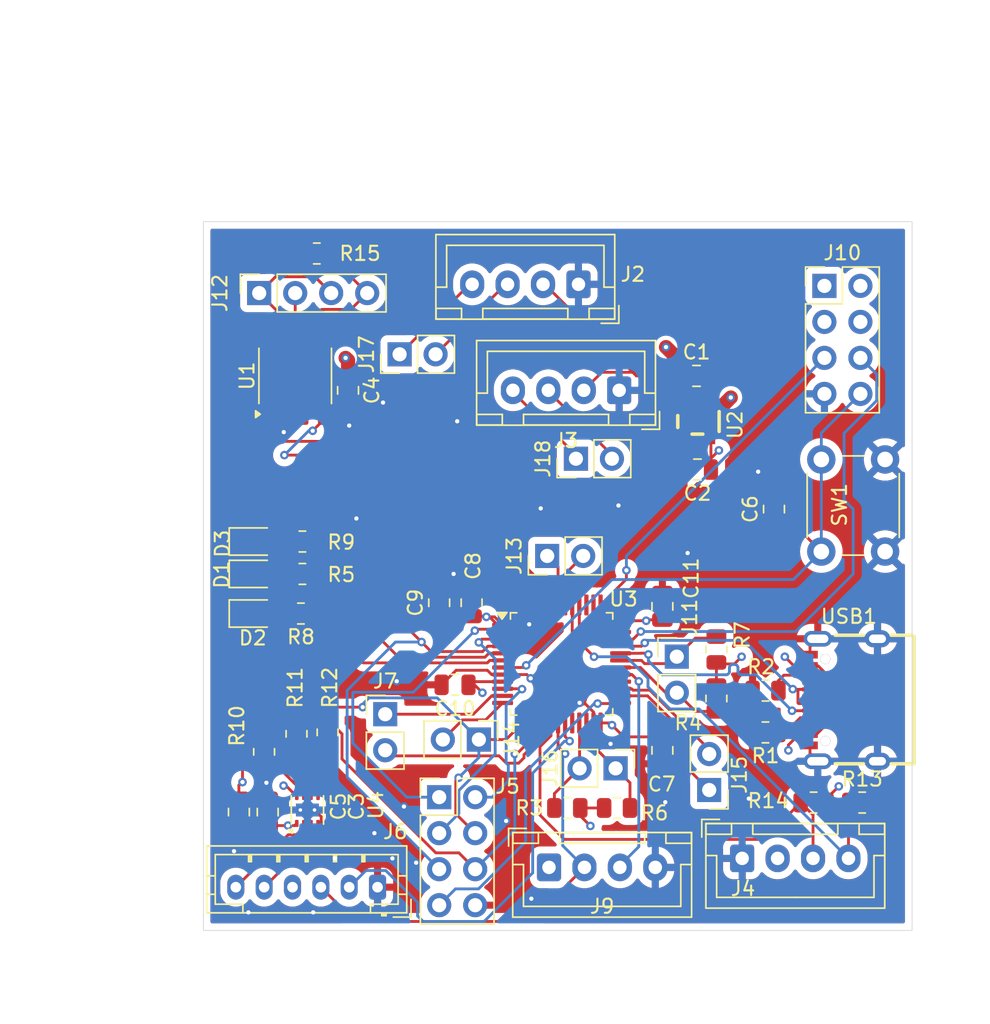
<source format=kicad_pcb>
(kicad_pcb (version 20240108) (generator "pcbnew") (generator_version "8.0")
  (layers (0 "F.Cu" signal) (1 "In1.Cu" signal) (2 "In2.Cu" signal) (31 "B.Cu" signal) (34 "B.Paste" user) (35 "F.Paste" user) (36 "B.SilkS" user "B.Silkscreen") (37 "F.SilkS" user "F.Silkscreen") (38 "B.Mask" user) (39 "F.Mask" user) (44 "Edge.Cuts" user))
  (net 0 "")
  (net 1 "/can/CAN_H")
  (net 2 "/can/CAN_L")
  (net 3 "/CAN_T")
  (net 5 "/CAN_R")
  (net 6 "/IO4")
  (net 7 "+5V")
  (net 8 "GND")
  (net 9 "+3V3")
  (net 11 "Net-(USB1-CC1)")
  (net 12 "Net-(USB1-CC2)")
  (net 13 "/I2C_2_SCL")
  (net 16 "/I2C_1_SDA")
  (net 17 "/I2C_1_SCL")
  (net 18 "/I2C_2_SDA")
  (net 19 "/SPI_2_MISO")
  (net 20 "/SPI_1_SCK")
  (net 21 "/SPI_2_SCK")
  (net 22 "/SPI_1_MISO")
  (net 23 "/JTAG_DO")
  (net 24 "/JTAG_CLK")
  (net 25 "/JTAG_DI")
  (net 26 "/JTAG_MS")
  (net 27 "/D-")
  (net 28 "/I2C_3_SDA")
  (net 29 "/D+")
  (net 30 "/I2C_3_SCL")
  (net 31 "/1A")
  (net 32 "/2A")
  (net 33 "/2B")
  (net 34 "/1B")
  (net 36 "/UART2_TX")
  (net 37 "/UART1_RX")
  (net 38 "/UART1_TX")
  (net 39 "Net-(D1-A)")
  (net 40 "Net-(D2-A)")
  (net 41 "Net-(D3-A)")
  (net 42 "/ENC2")
  (net 43 "/ENC1")
  (net 44 "Net-(J6-Pin_5)")
  (net 45 "Net-(J6-Pin_6)")
  (net 46 "/LED1")
  (net 47 "/LED2")
  (net 48 "Net-(U4-~{SLEEP})")
  (net 49 "/MOTOR_PWM1")
  (net 50 "/MOTOR_PWM2")
  (net 51 "/nRST")
  (net 53 "/ADC1")
  (net 54 "/SONAR_E")
  (net 55 "/IO3")
  (net 56 "Net-(U4-IN1)")
  (net 57 "Net-(U4-IN2)")
  (net 58 "/ADC0")
  (net 59 "/IO1")
  (net 60 "/IO2")
  (footprint "Connector_PinHeader_2.54mm:PinHeader_1x02_P2.54mm_Vertical" (layer "F.Cu") (at 148.844 54.356 90)
    (property "Reference" "J17")
    (property "Value" "bus1")
  )
  (footprint "Connector_PinHeader_2.54mm:PinHeader_1x02_P2.54mm_Vertical" (layer "F.Cu") (at 147.828 79.746)
    (property "Reference" "J7")
    (property "Value" "spi1")
  )
  (footprint "Resistor_SMD:R_0805_2012Metric" (layer "F.Cu") (at 174.6585 78.08 180)
    (property "Reference" "R2")
    (property "Value" "5k1")
  )
  (footprint "Resistor_SMD:R_0805_2012Metric" (layer "F.Cu") (at 171.196 75.1821 90)
    (property "Reference" "R7")
    (property "Value" "4k7")
  )
  (footprint "Capacitor_SMD:C_0805_2012Metric" (layer "F.Cu") (at 145.207 56.9 -90)
    (property "Reference" "C4")
    (property "Value" "47uF")
  )
  (footprint "Resistor_SMD:R_0805_2012Metric" (layer "F.Cu") (at 178.054 85.979 180)
    (property "Reference" "R14")
    (property "Value" "4k7")
  )
  (footprint "Resistor_SMD:R_0805_2012Metric" (layer "F.Cu") (at 141.986 69.85 180)
    (property "Reference" "R5")
    (property "Value" "220")
  )
  (footprint "Resistor_SMD:R_0805_2012Metric" (layer "F.Cu") (at 143.002 47.244)
    (property "Reference" "R15")
    (property "Value" "120")
  )
  (footprint "Capacitor_SMD:C_0805_2012Metric" (layer "F.Cu") (at 137.506307 86.6515 -90)
    (property "Reference" "C3")
    (property "Value" "0.1u")
  )
  (footprint "Resistor_SMD:R_0805_2012Metric" (layer "F.Cu") (at 171.196 78.6365 -90)
    (property "Reference" "R4")
    (property "Value" "4k7")
  )
  (footprint "Connector_PinSocket_2.54mm:PinSocket_1x04_P2.54mm_Vertical" (layer "F.Cu") (at 138.938 50.038 90)
    (property "Reference" "J12")
    (property "Value" "Conn_01x04_Socket")
  )
  (footprint "Package_SON:WSON-8-1EP_2x2mm_P0.5mm_EP0.9x1.6mm_ThermalVias" (layer "F.Cu") (at 142.340307 86.501 90)
    (property "Reference" "U4")
    (property "Value" "DRV8837")
  )
  (footprint "LED_SMD:LED_0805_2012Metric" (layer "F.Cu") (at 138.5085 72.644)
    (property "Reference" "D2")
    (property "Value" "LED")
  )
  (footprint "lcsc:USB-C-SMD_TYPE-C-6PIN-2MD-073" (layer "F.Cu") (at 180.18 78.744 90)
    (property "Reference" "USB1")
    (property "Value" "TYPE-C 16PIN 2MD(073)")
  )
  (footprint "Connector_PinHeader_2.54mm:PinHeader_1x02_P2.54mm_Vertical" (layer "F.Cu") (at 159.258 68.58 90)
    (property "Reference" "J13")
    (property "Value" "uart1")
  )
  (footprint "Package_QFP:LQFP-48_7x7mm_P0.5mm" (layer "F.Cu") (at 160.274 76.2)
    (property "Reference" "U3")
    (property "Value" "STM32L433CCTx")
  )
  (footprint "Connector_PinHeader_2.54mm:PinHeader_1x02_P2.54mm_Vertical" (layer "F.Cu") (at 170.688 85.095 180)
    (property "Reference" "J15")
    (property "Value" "spi2")
  )
  (footprint "Resistor_SMD:R_0805_2012Metric" (layer "F.Cu") (at 181.483 85.979)
    (property "Reference" "R13")
    (property "Value" "4k7")
  )
  (footprint "Connector_PinHeader_2.54mm:PinHeader_1x02_P2.54mm_Vertical" (layer "F.Cu") (at 168.402 75.687)
    (property "Reference" "J11")
    (property "Value" "i2c1")
  )
  (footprint "Connector_PinHeader_2.54mm:PinHeader_1x02_P2.54mm_Vertical" (layer "F.Cu") (at 164.084 83.566 -90)
    (property "Reference" "J16")
    (property "Value" "i2c2")
  )
  (footprint "Connector_JST:JST_XH_B4B-XH-A_1x04_P2.50mm_Vertical" (layer "F.Cu") (at 164.338 56.896 180)
    (property "Reference" "J3")
    (property "Value" "Conn_01x04_Socket")
  )
  (footprint "Resistor_SMD:R_0805_2012Metric" (layer "F.Cu") (at 141.8825 72.644 180)
    (property "Reference" "R8")
    (property "Value" "220")
  )
  (footprint "Package_SO:SOIC-8_3.9x4.9mm_P1.27mm" (layer "F.Cu") (at 141.478 55.88 90)
    (property "Reference" "U1")
    (property "Value" "TJA1051T")
  )
  (footprint "lcsc:SOT-23-5_L2.9-W1.6-P0.95-LS2.8-BR" (layer "F.Cu") (at 169.86 59.098 90)
    (property "Reference" "U2")
    (property "Value" "WR0332-33A50R")
  )
  (footprint "Capacitor_SMD:C_0805_2012Metric" (layer "F.Cu") (at 175.26 65.278 90)
    (property "Reference" "C6")
    (property "Value" "0.1u")
  )
  (footprint "Capacitor_SMD:C_0805_2012Metric" (layer "F.Cu") (at 152.7556 77.6732 180)
    (property "Reference" "C10")
    (property "Value" "0.1u")
  )
  (footprint "Capacitor_SMD:C_0805_2012Metric" (layer "F.Cu") (at 153.924 71.882 90)
    (property "Reference" "C8")
    (property "Value" "0.1u")
  )
  (footprint "Capacitor_SMD:C_0805_2012Metric" (layer "F.Cu") (at 169.86 62.484 180)
    (property "Reference" "C2")
    (property "Value" "1uF")
  )
  (footprint "LED_SMD:LED_0805_2012Metric" (layer "F.Cu") (at 138.5085 67.564)
    (property "Reference" "D3")
    (property "Value" "LED")
  )
  (footprint "Capacitor_SMD:C_0805_2012Metric" (layer "F.Cu") (at 169.794 55.88)
    (property "Reference" "C1")
    (property "Value" "1uF")
  )
  (footprint "Capacitor_SMD:C_0805_2012Metric" (layer "F.Cu") (at 167.386 82.296 -90)
    (property "Reference" "C7")
    (property "Value" "4.7u")
  )
  (footprint "Connector_PinHeader_2.54mm:PinHeader_1x02_P2.54mm_Vertical" (layer "F.Cu") (at 154.437 81.534 -90)
    (property "Reference" "J14")
    (property "Value" "uart2")
  )
  (footprint "Capacitor_SMD:C_0805_2012Metric" (layer "F.Cu") (at 167.386 72.136 90)
    (property "Reference" "C11")
    (property "Value" "0.1u")
  )
  (footprint "Capacitor_SMD:C_0805_2012Metric" (layer "F.Cu") (at 151.638 71.882 90)
    (property "Reference" "C9")
    (property "Value" "0.1u")
  )
  (footprint "Connector_JST:JST_XH_B4B-XH-A_1x04_P2.50mm_Vertical" (layer "F.Cu") (at 161.464 49.42 180)
    (property "Reference" "J2")
    (property "Value" "Conn_01x04_Socket")
  )
  (footprint "Resistor_SMD:R_0805_2012Metric" (layer "F.Cu") (at 141.986 67.564 180)
    (property "Reference" "R9")
    (property "Value" "220")
  )
  (footprint "Resistor_SMD:R_0805_2012Metric" (layer "F.Cu") (at 164.1875 86.36)
    (property "Reference" "R6")
    (property "Value" "4k7")
  )
  (footprint "Resistor_SMD:R_0805_2012Metric" (layer "F.Cu") (at 160.6785 86.36 180)
    (property "Reference" "R3")
    (property "Value" "4k7")
  )
  (footprint "Resistor_SMD:R_0805_2012Metric" (layer "F.Cu") (at 139.284307 82.3995 90)
    (property "Reference" "R10")
    (property "Value" "~1k")
  )
  (footprint "LED_SMD:LED_0805_2012Metric" (layer "F.Cu") (at 138.5085 69.85)
    (property "Reference" "D1")
    (property "Value" "LED")
  )
  (footprint "Resistor_SMD:R_0805_2012Metric" (layer "F.Cu") (at 141.570307 81.1295 90)
    (property "Reference" "R11")
    (property "Value" "0R")
  )
  (footprint "Capacitor_SMD:C_0805_2012Metric" (layer "F.Cu") (at 139.538307 86.6515 90)
    (property "Reference" "C5")
    (property "Value" "0.1u")
  )
  (footprint "Connector_PinHeader_2.54mm:PinHeader_1x02_P2.54mm_Vertical" (layer "F.Cu") (at 161.285 61.722 90)
    (property "Reference" "J18")
    (property "Value" "bus2")
  )
  (footprint "Connector_JST:JST_PH_B6B-PH-K_1x06_P2.00mm_Vertical" (layer "F.Cu") (at 147.288 91.948 180)
    (property "Reference" "J6")
    (property "Value" "blue motor")
  )
  (footprint "Button_Switch_THT:SW_PUSH_6mm" (layer "F.Cu") (at 183.098 61.774 -90)
    (property "Reference" "SW1")
    (property "Value" "SW_Push")
  )
  (footprint "Resistor_SMD:R_0805_2012Metric" (layer "F.Cu") (at 143.764 81.026 90)
    (property "Reference" "R12")
    (property "Value" "0R")
  )
  (footprint "Connector_PinHeader_2.54mm:PinHeader_2x04_P2.54mm_Vertical" (layer "F.Cu") (at 178.816 49.53)
    (property "Reference" "J10")
    (property "Value" "Conn_02x04_Odd_Even")
  )
  (footprint "Connector_PinHeader_2.54mm:PinHeader_2x04_P2.54mm_Vertical" (layer "F.Cu") (at 151.638 85.598)
    (property "Reference" "J5")
    (property "Value" "Conn_02x04_Odd_Even")
  )
  (footprint "Connector_JST:JST_XH_B4B-XH-A_1x04_P2.50mm_Vertical" (layer "F.Cu") (at 159.385 90.551)
    (property "Reference" "J9")
    (property "Value" "SONAR")
  )
  (footprint "Resistor_SMD:R_0805_2012Metric" (layer "F.Cu") (at 174.6585 81.03 180)
    (property "Reference" "R1")
    (property "Value" "5k1")
  )
  (footprint "Connector_JST:JST_XH_B4B-XH-A_1x04_P2.50mm_Vertical" (layer "F.Cu") (at 173.014 89.916)
    (property "Reference" "J4")
    (property "Value" "oled")
  )
  (gr_rect (start 135 45) (end 185 95) (stroke (width 0.05)) (fill none) (layer "Edge.Cuts"))
  (segment (start 143.256 49.276) (end 144.018 50.038) (width 0.2) (layer "F.Cu") (net 1))
  (segment (start 142.0895 48.1095) (end 143.256 49.276) (width 0.2) (layer "F.Cu") (net 1))
  (segment (start 138.938 50.038) (end 140.088 48.888) (width 0.2) (layer "F.Cu") (net 1))
  (segment (start 140.843 51.943) (end 140.843 53.405) (width 0.2) (layer "F.Cu") (net 1))
  (segment (start 138.938 50.038) (end 140.843 51.943) (width 0.2) (layer "F.Cu") (net 1))
  (segment (start 140.088 48.888) (end 142.868 48.888) (width 0.2) (layer "F.Cu") (net 1))
  (segment (start 142.868 48.888) (end 143.256 49.276) (width 0.2) (layer "F.Cu") (net 1))
  (segment (start 142.0895 47.244) (end 142.0895 48.1095) (width 0.2) (layer "F.Cu") (net 1))
  (segment (start 143.355001 51.188) (end 145.408 51.188) (width 0.2) (layer "F.Cu") (net 2))
  (segment (start 143.9145 47.3945) (end 143.9145 47.244) (width 0.2) (layer "F.Cu") (net 2))
  (segment (start 146.558 50.038) (end 143.9145 47.3945) (width 0.2) (layer "F.Cu") (net 2))
  (segment (start 145.408 51.188) (end 146.558 50.038) (width 0.2) (layer "F.Cu") (net 2))
  (segment (start 141.478 50.038) (end 141.478 52.77) (width 0.2) (layer "F.Cu") (net 2))
  (segment (start 142.113 52.430001) (end 143.355001 51.188) (width 0.2) (layer "F.Cu") (net 2))
  (segment (start 141.478 52.77) (end 142.113 53.405) (width 0.2) (layer "F.Cu") (net 2))
  (segment (start 142.113 53.405) (end 142.113 52.430001) (width 0.2) (layer "F.Cu") (net 2))
  (segment (start 139.573 59.817) (end 140.2524 60.4964) (width 0.2) (layer "F.Cu") (net 3))
  (segment (start 140.2524 60.4964) (end 148.884182 60.4964) (width 0.2) (layer "F.Cu") (net 3))
  (segment (start 159.024 70.636218) (end 148.884182 60.4964) (width 0.2) (layer "F.Cu") (net 3))
  (segment (start 139.573 59.817) (end 139.573 58.355) (width 0.2) (layer "F.Cu") (net 3))
  (segment (start 159.024 72.0375) (end 159.024 70.636218) (width 0.2) (layer "F.Cu") (net 3))
  (segment (start 149.290096 61.468) (end 158.524 70.701904) (width 0.2) (layer "F.Cu") (net 5))
  (segment (start 140.716 61.468) (end 149.290096 61.468) (width 0.2) (layer "F.Cu") (net 5))
  (segment (start 143.383 58.355) (end 143.383 59.080311) (width 0.2) (layer "F.Cu") (net 5))
  (segment (start 158.524 70.701904) (end 158.524 72.0375) (width 0.2) (layer "F.Cu") (net 5))
  (segment (start 143.383 59.080311) (end 142.711311 59.752) (width 0.2) (layer "F.Cu") (net 5))
  (via (at 140.716 61.468) (size 0.6) (drill 0.3) (layers "F.Cu" "B.Cu") (net 5))
  (via (at 142.711311 59.752) (size 0.6) (drill 0.3) (layers "F.Cu" "B.Cu") (net 5))
  (segment (start 140.716 61.468) (end 142.432 59.752) (width 0.2) (layer "B.Cu") (net 5))
  (segment (start 142.432 59.752) (end 142.711311 59.752) (width 0.2) (layer "B.Cu") (net 5))
  (segment (start 162.814 78.994) (end 164.3925 78.994) (width 0.2) (layer "F.Cu") (net 6))
  (segment (start 164.3925 78.994) (end 164.4365 78.95) (width 0.2) (layer "F.Cu") (net 6))
  (via (at 162.814 78.994) (size 0.6) (drill 0.3) (layers "F.Cu" "B.Cu") (net 6))
  (segment (start 157.734 88.748346) (end 157.734 83.833025) (width 0.2) (layer "B.Cu") (net 6))
  (segment (start 162.573025 78.994) (end 162.814 78.994) (width 0.2) (layer "B.Cu") (net 6))
  (segment (start 151.638 93.218) (end 152.788 92.068) (width 0.2) (layer "B.Cu") (net 6))
  (segment (start 157.734 83.833025) (end 162.573025 78.994) (width 0.2) (layer "B.Cu") (net 6))
  (segment (start 152.788 92.068) (end 154.414346 92.068) (width 0.2) (layer "B.Cu") (net 6))
  (segment (start 154.414346 92.068) (end 157.734 88.748346) (width 0.2) (layer "B.Cu") (net 6))
  (segment (start 178.278 81.144) (end 177.8 81.144) (width 0.2) (layer "F.Cu") (net 7))
  (segment (start 168.844 55.052) (end 167.64 53.848) (width 1) (layer "F.Cu") (net 7))
  (segment (start 177.05 81.144) (end 176.276 81.918) (width 0.2) (layer "F.Cu") (net 7))
  (segment (start 145.207 55.95) (end 145.207 54.783) (width 1) (layer "F.Cu") (net 7))
  (segment (start 168.585 55.621) (end 168.844 55.88) (width 0.2) (layer "F.Cu") (net 7))
  (segment (start 176.674 76.344) (end 176.022 75.692) (width 0.2) (layer "F.Cu") (net 7))
  (segment (start 179.05 77.013949) (end 179.05 80.372) (width 0.2) (layer "F.Cu") (net 7))
  (segment (start 145.207 54.783) (end 145.034 54.61) (width 1) (layer "F.Cu") (net 7))
  (segment (start 177.8 76.344) (end 176.674 76.344) (width 0.2) (layer "F.Cu") (net 7))
  (segment (start 168.844 55.88) (end 168.844 57.932) (width 0.2) (layer "F.Cu") (net 7))
  (segment (start 171.618 57.998) (end 170.86 57.998) (width 1) (layer "F.Cu") (net 7))
  (segment (start 176.276 81.918) (end 176.276 82.296) (width 0.2) (layer "F.Cu") (net 7))
  (segment (start 170.81 57.272) (end 170.81 57.998) (width 0.2) (layer "F.Cu") (net 7))
  (segment (start 165.549 55.88) (end 168.844 55.88) (width 0.2) (layer "F.Cu") (net 7))
  (segment (start 170.688 57.15) (end 170.81 57.272) (width 0.2) (layer "F.Cu") (net 7))
  (segment (start 172.212 57.404) (end 171.618 57.998) (width 1) (layer "F.Cu") (net 7))
  (segment (start 145.207 55.95) (end 143.543001 55.95) (width 0.2) (layer "F.Cu") (net 7))
  (segment (start 141.439807 87.6015) (end 141.590307 87.451) (width 0.2) (layer "F.Cu") (net 7))
  (segment (start 143.543001 55.95) (end 142.113 57.380001) (width 0.2) (layer "F.Cu") (net 7))
  (segment (start 177.8 81.144) (end 177.05 81.144) (width 0.2) (layer "F.Cu") (net 7))
  (segment (start 163.113 55.621) (end 168.585 55.621) (width 0.2) (layer "F.Cu") (net 7))
  (segment (start 168.91 57.298) (end 169.058 57.15) (width 0.2) (layer "F.Cu") (net 7))
  (segment (start 161.838 56.896) (end 163.113 55.621) (width 0.2) (layer "F.Cu") (net 7))
  (segment (start 159.089 49.42) (end 165.549 55.88) (width 0.2) (layer "F.Cu") (net 7))
  (segment (start 179.05 80.372) (end 178.278 81.144) (width 0.2) (layer "F.Cu") (net 7))
  (segment (start 168.844 55.88) (end 168.844 55.052) (width 1) (layer "F.Cu") (net 7))
  (segment (start 168.91 57.998) (end 168.91 57.298) (width 0.2) (layer "F.Cu") (net 7))
  (segment (start 169.058 57.15) (end 170.688 57.15) (width 0.2) (layer "F.Cu") (net 7))
  (segment (start 158.964 49.42) (end 159.089 49.42) (width 0.2) (layer "F.Cu") (net 7))
  (segment (start 140.97 87.6015) (end 141.439807 87.6015) (width 0.2) (layer "F.Cu") (net 7))
  (segment (start 142.113 57.380001) (end 142.113 58.355) (width 0.2) (layer "F.Cu") (net 7))
  (segment (start 177.8 76.344) (end 178.380051 76.344) (width 0.2) (layer "F.Cu") (net 7))
  (segment (start 139.538307 87.6015) (end 140.97 87.6015) (width 0.2) (layer "F.Cu") (net 7))
  (segment (start 168.844 57.932) (end 168.91 57.998) (width 0.2) (layer "F.Cu") (net 7))
  (segment (start 178.380051 76.344) (end 179.05 77.013949) (width 0.2) (layer "F.Cu") (net 7))
  (via (at 176.276 82.296) (size 0.6) (drill 0.3) (layers "F.Cu" "B.Cu") (net 7))
  (via (at 140.97 87.6015) (size 0.6) (drill 0.3) (layers "F.Cu" "B.Cu") (net 7))
  (via (at 145.034 54.61) (size 0.6) (drill 0.3) (layers "F.Cu" "B.Cu") (net 7))
  (via (at 172.212 57.404) (size 0.6) (drill 0.3) (layers "F.Cu" "B.Cu") (net 7))
  (via (at 167.64 53.848) (size 0.6) (drill 0.3) (layers "F.Cu" "B.Cu") (net 7))
  (via (at 176.022 75.692) (size 0.6) (drill 0.3) (layers "F.Cu" "B.Cu") (net 7))
  (segment (start 153.924 70.932) (end 153.736 70.932) (width 0.2) (layer "F.Cu") (net 8))
  (segment (start 157.67321 70.9168) (end 156.4132 70.9168) (width 0.2) (layer "F.Cu") (net 8))
  (segment (start 162.524 79.59259) (end 161.87461 78.9432) (width 0.2) (layer "F.Cu") (net 8))
  (segment (start 157.8236 76.95) (end 158.0896 77.216) (width 0.2) (layer "F.Cu") (net 8))
  (segment (start 155.03979 76.6482) (end 155.34159 76.95) (width 0.2) (layer "F.Cu") (net 8))
  (segment (start 161.87461 78.9432) (end 161.544 78.9432) (width 0.2) (layer "F.Cu") (net 8))
  (segment (start 164.17579 72.4408) (end 164.2872 72.4408) (width 0.2) (layer "F.Cu") (net 8))
  (segment (start 177.8 75.544) (end 177.4996 75.544) (width 0.2) (layer "F.Cu") (net 8))
  (segment (start 163.1696 73.5076) (end 163.1696 73.44699) (width 0.2) (layer "F.Cu") (net 8))
  (segment (start 163.1696 73.44699) (end 164.17579 72.4408) (width 0.2) (layer "F.Cu") (net 8))
  (segment (start 140.843 58.355) (end 140.843 59.673368) (width 0.2) (layer "F.Cu") (net 8))
  (segment (start 143.313421 87.444614) (end 143.313421 86.974114) (width 0.2) (layer "F.Cu") (net 8))
  (segment (start 163.612 73.95) (end 163.1696 73.5076) (width 0.2) (layer "F.Cu") (net 8))
  (segment (start 162.524 81.13241) (end 163.23039 81.8388) (width 0.2) (layer "F.Cu") (net 8))
  (segment (start 143.319807 87.451) (end 143.313421 87.444614) (width 0.2) (layer "F.Cu") (net 8))
  (segment (start 143.313421 86.974114) (end 142.840307 86.501) (width 0.2) (layer "F.Cu") (net 8))
  (segment (start 140.843 59.673368) (end 140.669968 59.8464) (width 0.2) (layer "F.Cu") (net 8))
  (segment (start 158.024 72.0375) (end 158.024 73.37) (width 0.2) (layer "F.Cu") (net 8))
  (segment (start 140.669968 59.939232) (end 140.669968 59.8464) (width 0.2) (layer "F.Cu") (net 8))
  (segment (start 177.8 74.974) (end 178.35 74.424) (width 0.2) (layer "F.Cu") (net 8))
  (segment (start 151.8056 77.6732) (end 152.8306 76.6482) (width 0.2) (layer "F.Cu") (net 8))
  (segment (start 158.024 72.0375) (end 158.024 71.26759) (width 0.2) (layer "F.Cu") (net 8))
  (segment (start 140.337807 86.501) (end 139.538307 85.7015) (width 0.2) (layer "F.Cu") (net 8))
  (segment (start 177.8 81.944) (end 177.8 82.514) (width 0.2) (layer "F.Cu") (net 8))
  (segment (start 164.4365 73.95) (end 163.612 73.95) (width 0.2) (layer "F.Cu") (net 8))
  (segment (start 141.840307 86.501) (end 140.337807 86.501) (width 0.2) (layer "F.Cu") (net 8))
  (segment (start 158.024 73.37) (end 157.988 73.406) (width 0.2) (layer "F.Cu") (net 8))
  (segment (start 152.8306 76.6482) (end 155.03979 76.6482) (width 0.2) (layer "F.Cu") (net 8))
  (segment (start 177.8 82.514) (end 178.35 83.064) (width 0.2) (layer "F.Cu") (net 8))
  (segment (start 169.86 57.998) (end 169.86 58.698) (width 0.2) (layer "F.Cu") (net 8))
  (segment (start 170.3948 59.2328) (end 172.3136 59.2328) (width 0.2) (layer "F.Cu") (net 8))
  (segment (start 156.1115 76.95) (end 157.8236 76.95) (width 0.2) (layer "F.Cu") (net 8))
  (segment (start 140.5128 60.0964) (end 140.669968 59.939232) (width 0.2) (layer "F.Cu") (net 8))
  (segment (start 153.736 70.932) (end 152.654 69.85) (width 0.2) (layer "F.Cu") (net 8))
  (segment (start 143.090307 87.451) (end 143.319807 87.451) (width 0.2) (layer "F.Cu") (net 8))
  (segment (start 158.024 71.26759) (end 157.67321 70.9168) (width 0.2) (layer "F.Cu") (net 8))
  (segment (start 169.86 58.698) (end 169.376 59.182) (width 0.2) (layer "F.Cu") (net 8))
  (segment (start 177.8 75.544) (end 177.8 74.974) (width 0.2) (layer "F.Cu") (net 8))
  (segment (start 177.4996 75.544) (end 176.3776 74.422) (width 0.2) (layer "F.Cu") (net 8))
  (segment (start 162.524 80.3625) (end 162.524 79.59259) (width 0.2) (layer "F.Cu") (net 8))
  (segment (start 155.34159 76.95) (end 156.1115 76.95) (width 0.2) (layer "F.Cu") (net 8))
  (segment (start 169.86 58.698) (end 170.3948 59.2328) (width 0.2) (layer "F.Cu") (net 8))
  (segment (start 169.376 59.182) (end 167.386 59.182) (width 0.2) (layer "F.Cu") (net 8))
  (segment (start 162.524 80.3625) (end 162.524 81.13241) (width 0.2) (layer "F.Cu") (net 8))
  (segment (start 163.23039 81.8388) (end 163.7284 81.8388) (width 0.2) (layer "F.Cu") (net 8))
  (via (at 158.0896 77.216) (size 0.6) (drill 0.3) (layers "F.Cu" "B.Cu") (net 8))
  (via (at 158.8008 65.2272) (size 0.6) (drill 0.3) (layers "F.Cu" "B.Cu") (net 8))
  (via (at 142.748 93.726) (size 0.6) (drill 0.3) (layers "F.Cu" "B.Cu") (net 8))
  (via (at 163.7284 81.8388) (size 0.6) (drill 0.3) (layers "F.Cu" "B.Cu") (net 8))
  (via (at 144.272 89.916) (size 0.6) (drill 0.3) (layers "F.Cu" "B.Cu") (net 8))
  (via (at 145.288 59.3852) (size 0.6) (drill 0.3) (layers "F.Cu" "B.Cu") (net 8))
  (via (at 157.988 73.406) (size 0.6) (drill 0.3) (layers "F.Cu" "B.Cu") (net 8))
  (via (at 139.446 84.582) (size 0.6) (drill 0.3) (layers "F.Cu" "B.Cu") (net 8))
  (via (at 148.6408 77.4192) (size 0.6) (drill 0.3) (layers "F.Cu" "B.Cu") (net 8))
  (via (at 147.6756 57.7596) (size 0.6) (drill 0.3) (layers "F.Cu" "B.Cu") (net 8))
  (via (at 145.796 65.9384) (size 0.6) (drill 0.3) (layers "F.Cu" "B.Cu") (net 8))
  (via (at 138.176 93.726) (size 0.6) (drill 0.3) (layers "F.Cu" "B.Cu") (net 8))
  (via (at 137.16 89.408) (size 0.6) (drill 0.3) (layers "F.Cu" "B.Cu") (net 8))
  (via (at 161.544 78.9432) (size 0.6) (drill 0.3) (layers "F.Cu" "B.Cu") (net 8))
  (via (at 149.1488 86.2584) (size 0.6) (drill 0.3) (layers "F.Cu" "B.Cu") (net 8))
  (via (at 156.3624 87.2744) (size 0.6) (drill 0.3) (layers "F.Cu" "B.Cu") (net 8))
  (via (at 164.2872 65.024) (size 0.6) (drill 0.3) (layers "F.Cu" "B.Cu") (net 8))
  (via (at 173.482 85.6996) (size 0.6) (drill 0.3) (layers "F.Cu" "B.Cu") (net 8))
  (via (at 150.0124 90.2208) (size 0.6) (drill 0.3) (layers "F.Cu" "B.Cu") (net 8))
  (via (at 174.1424 62.6364) (size 0.6) (drill 0.3) (layers "F.Cu" "B.Cu") (net 8))
  (via (at 167.5892 85.9536) (size 0.6) (drill 0.3) (layers "F.Cu" "B.Cu") (net 8))
  (via (at 148.336 89.916) (size 0.6) (drill 0.3) (layers "F.Cu" "B.Cu") (net 8))
  (via (at 158.1404 92.7608) (size 0.6) (drill 0.3) (layers "F.Cu" "B.Cu") (net 8))
  (via (at 152.654 69.85) (size 0.6) (drill 0.3) (layers "F.Cu" "B.Cu") (net 8))
  (via (at 152.908 59.0804) (size 0.6) (drill 0.3) (layers "F.Cu" "B.Cu") (net 8))
  (via (at 147.066 88.138) (size 0.6) (drill 0.3) (layers "F.Cu" "B.Cu") (net 8))
  (via (at 169.164 68.3768) (size 0.6) (drill 0.3) (layers "F.Cu" "B.Cu") (net 8))
  (via (at 140.669968 59.8464) (size 0.6) (drill 0.3) (layers "F.Cu" "B.Cu") (net 8))
  (segment (start 170.81 60.198) (end 170.81 62.484) (width 0.2) (layer "F.Cu") (net 9))
  (segment (start 164.658 81.346) (end 163.83 80.518) (width 0.2) (layer "F.Cu") (net 9))
  (segment (start 153.858 77.404) (end 154.686 78.232) (width 0.2) (layer "F.Cu") (net 9))
  (segment (start 137.760307 83.011) (end 137.760307 84.535) (width 0.2) (layer "F.Cu") (net 9))
  (segment (start 163.6745 80.3625) (end 163.83 80.518) (width 0.2) (layer "F.Cu") (net 9))
  (segment (start 155.75623 73.450001) (end 156.1115 73.45) (width 0.2) (layer "F.Cu") (net 9))
  (segment (start 155.138229 72.832) (end 155.75623 73.450001) (width 0.2) (layer "F.Cu") (net 9))
  (segment (start 137.506307 84.7465) (end 137.633307 84.6195) (width 0.2) (layer "F.Cu") (net 9))
  (segment (start 154.092 77.45) (end 153.858 77.216) (width 0.2) (layer "F.Cu") (net 9))
  (segment (start 172.466 76.2) (end 172.974 75.692) (width 0.2) (layer "F.Cu") (net 9))
  (segment (start 151.638 72.832) (end 153.924 72.832) (width 0.2) (layer "F.Cu") (net 9))
  (segment (start 178.9665 85.979) (end 178.9665 85.7015) (width 0.2) (layer "F.Cu") (net 9))
  (segment (start 163.024 80.3625) (end 163.6745 80.3625) (width 0.2) (layer "F.Cu") (net 9))
  (segment (start 153.924 72.832) (end 155.138229 72.832) (width 0.2) (layer "F.Cu") (net 9))
  (segment (start 153.858 77.216) (end 153.858 77.404) (width 0.2) (layer "F.Cu") (net 9))
  (segment (start 161.591 86.915) (end 162.306 87.63) (width 0.2) (layer "F.Cu") (net 9))
  (segment (start 166.309868 73.086) (end 166.242133 73.153735) (width 0.2) (layer "F.Cu") (net 9))
  (segment (start 161.591 86.36) (end 163.275 86.36) (width 0.2) (layer "F.Cu") (net 9))
  (segment (start 139.284307 81.487) (end 137.760307 83.011) (width 0.2) (layer "F.Cu") (net 9))
  (segment (start 141.590307 85.551) (end 140.825987 84.78668) (width 0.2) (layer "F.Cu") (net 9))
  (segment (start 164.732765 73.153735) (end 166.242133 73.153735) (width 0.2) (layer "F.Cu") (net 9))
  (segment (start 170.81 62.484) (end 170.81 61.69676) (width 0.2) (layer "F.Cu") (net 9))
  (segment (start 156.848999 73.45) (end 157.524 72.774999) (width 0.2) (layer "F.Cu") (net 9))
  (segment (start 167.386 81.346) (end 164.658 81.346) (width 0.2) (layer "F.Cu") (net 9))
  (segment (start 156.1115 77.45) (end 154.092 77.45) (width 0.2) (layer "F.Cu") (net 9))
  (segment (start 171.196 76.2) (end 171.196 77.724) (width 0.2) (layer "F.Cu") (net 9))
  (segment (start 167.386 73.086) (end 166.309868 73.086) (width 0.2) (layer "F.Cu") (net 9))
  (segment (start 178.9665 85.7015) (end 179.832 84.836) (width 0.2) (layer "F.Cu") (net 9))
  (segment (start 161.591 86.36) (end 161.591 86.915) (width 0.2) (layer "F.Cu") (net 9))
  (segment (start 156.1115 73.45) (end 155.538257 72.876757) (width 0.2) (layer "F.Cu") (net 9))
  (segment (start 140.825987 84.78668) (end 140.655487 84.78668) (width 0.2) (layer "F.Cu") (net 9))
  (segment (start 156.1115 73.45) (end 156.848999 73.45) (width 0.2) (layer "F.Cu") (net 9))
  (segment (start 170.81 61.69676) (end 171.37138 61.13538) (width 0.2) (layer "F.Cu") (net 9))
  (segment (start 164.4365 73.45) (end 164.732765 73.153735) (width 0.2) (layer "F.Cu") (net 9))
  (segment (start 171.196 76.2) (end 172.466 76.2) (width 0.2) (layer "F.Cu") (net 9))
  (segment (start 157.524 72.774999) (end 157.524 72.0375) (width 0.2) (layer "F.Cu") (net 9))
  (segment (start 180.5705 85.979) (end 178.9665 85.979) (width 0.2) (layer "F.Cu") (net 9))
  (segment (start 155.538257 72.876757) (end 154.966574 72.876757) (width 0.2) (layer "F.Cu") (net 9))
  (segment (start 137.506307 85.7015) (end 137.506307 84.7465) (width 0.2) (layer "F.Cu") (net 9))
  (via (at 163.83 80.518) (size 0.6) (drill 0.3) (layers "F.Cu" "B.Cu") (net 9))
  (via (at 154.966574 72.876757) (size 0.6) (drill 0.3) (layers "F.Cu" "B.Cu") (net 9))
  (via (at 154.686 78.232) (size 0.6) (drill 0.3) (layers "F.Cu" "B.Cu") (net 9))
  (via (at 179.832 84.836) (size 0.6) (drill 0.3) (layers "F.Cu" "B.Cu") (net 9))
  (via (at 162.306 87.63) (size 0.6) (drill 0.3) (layers "F.Cu" "B.Cu") (net 9))
  (via (at 172.974 75.692) (size 0.6) (drill 0.3) (layers "F.Cu" "B.Cu") (net 9))
  (via (at 137.760307 84.535) (size 0.6) (drill 0.3) (layers "F.Cu" "B.Cu") (net 9))
  (via (at 166.242133 73.153735) (size 0.6) (drill 0.3) (layers "F.Cu" "B.Cu") (net 9))
  (via (at 140.655487 84.78668) (size 0.6) (drill 0.3) (layers "F.Cu" "B.Cu") (net 9))
  (via (at 171.37138 61.13538) (size 0.6) (drill 0.3) (layers "F.Cu" "B.Cu") (net 9))
  (segment (start 177.1195 79.994) (end 177.8 79.994) (width 0.2) (layer "F.Cu") (net 11))
  (segment (start 175.571 81.03) (end 176.0835 81.03) (width 0.2) (layer "F.Cu") (net 11))
  (segment (start 176.0835 81.03) (end 177.1195 79.994) (width 0.2) (layer "F.Cu") (net 11))
  (segment (start 175.571 77.38) (end 175.957 76.994) (width 0.2) (layer "F.Cu") (net 12))
  (segment (start 175.571 78.08) (end 175.571 77.38) (width 0.2) (layer "F.Cu") (net 12))
  (segment (start 175.957 76.994) (end 177.8 76.994) (width 0.2) (layer "F.Cu") (net 12))
  (segment (start 161.544 80.3825) (end 161.524 80.3625) (width 0.2) (layer "F.Cu") (net 13))
  (segment (start 161.544 83.566) (end 161.544 80.3825) (width 0.2) (layer "F.Cu") (net 13))
  (segment (start 159.766 86.36) (end 159.766 85.344) (width 0.2) (layer "F.Cu") (net 13))
  (segment (start 159.766 85.344) (end 161.544 83.566) (width 0.2) (layer "F.Cu") (net 13))
  (segment (start 171.196 74.375) (end 169.714 74.375) (width 0.2) (layer "F.Cu") (net 16))
  (segment (start 167.911979 76.177021) (end 166.129219 76.177021) (width 0.2) (layer "F.Cu") (net 16))
  (segment (start 165.902198 75.95) (end 164.4365 75.95) (width 0.2) (layer "F.Cu") (net 16))
  (segment (start 169.714 74.375) (end 168.402 75.687) (width 0.2) (layer "F.Cu") (net 16))
  (segment (start 166.129219 76.177021) (end 165.902198 75.95) (width 0.2) (layer "F.Cu") (net 16))
  (segment (start 168.402 75.687) (end 167.911979 76.177021) (width 0.2) (layer "F.Cu") (net 16))
  (segment (start 168.402 78.227) (end 167.613513 78.227) (width 0.2) (layer "F.Cu") (net 17))
  (segment (start 169.724 79.549) (end 168.402 78.227) (width 0.2) (layer "F.Cu") (net 17))
  (segment (start 167.613513 78.227) (end 165.836513 76.45) (width 0.2) (layer "F.Cu") (net 17))
  (segment (start 165.836513 76.45) (end 164.4365 76.45) (width 0.2) (layer "F.Cu") (net 17))
  (segment (start 171.196 79.549) (end 169.724 79.549) (width 0.2) (layer "F.Cu") (net 17))
  (segment (start 165.1 84.582) (end 164.084 83.566) (width 0.2) (layer "F.Cu") (net 18))
  (segment (start 162.024 81.506) (end 162.024 80.3625) (width 0.2) (layer "F.Cu") (net 18))
  (segment (start 165.1 86.36) (end 165.1 84.582) (width 0.2) (layer "F.Cu") (net 18))
  (segment (start 164.084 83.566) (end 162.024 81.506) (width 0.2) (layer "F.Cu") (net 18))
  (segment (start 165.30641 78.05) (end 165.20641 77.95) (width 0.2) (layer "F.Cu") (net 19))
  (segment (start 164.4365 77.95) (end 164.4365 77.45) (width 0.2) (layer "F.Cu") (net 19))
  (segment (start 165.20641 77.95) (end 164.4365 77.95) (width 0.2) (layer "F.Cu") (net 19))
  (segment (start 170.688 82.555) (end 170.688 82.238315) (width 0.2) (layer "F.Cu") (net 19))
  (segment (start 166.499685 78.05) (end 165.30641 78.05) (width 0.2) (layer "F.Cu") (net 19))
  (segment (start 170.688 82.238315) (end 166.499685 78.05) (width 0.2) (layer "F.Cu") (net 19))
  (segment (start 147.828 79.746) (end 154.04559 79.746) (width 0.2) (layer "F.Cu") (net 20))
  (segment (start 155.34159 78.45) (end 156.1115 78.45) (width 0.2) (layer "F.Cu") (net 20))
  (segment (start 154.04559 79.746) (end 155.34159 78.45) (width 0.2) (layer "F.Cu") (net 20))
  (segment (start 170.688 85.095) (end 168.91 83.317) (width 0.2) (layer "F.Cu") (net 21))
  (segment (start 168.91 81.026) (end 166.334 78.45) (width 0.2) (layer "F.Cu") (net 21))
  (segment (start 168.91 83.317) (end 168.91 81.026) (width 0.2) (layer "F.Cu") (net 21))
  (segment (start 166.334 78.45) (end 164.4365 78.45) (width 0.2) (layer "F.Cu") (net 21))
  (segment (start 155.860197 82.684) (end 156.376197 83.2) (width 0.2) (layer "F.Cu") (net 22))
  (segment (start 147.828 82.286) (end 148.226 82.684) (width 0.2) (layer "F.Cu") (net 22))
  (segment (start 156.376197 83.2) (end 157.241239 83.2) (width 0.2) (layer "F.Cu") (net 22))
  (segment (start 157.241239 83.2) (end 157.622 82.819239) (width 0.2) (layer "F.Cu") (net 22))
  (segment (start 157.622 82.600096) (end 159.024 81.198096) (width 0.2) (layer "F.Cu") (net 22))
  (segment (start 159.024 80.3625) (end 159.024 76.18) (width 0.2) (layer "F.Cu") (net 22))
  (segment (start 148.226 82.684) (end 155.860197 82.684) (width 0.2) (layer "F.Cu") (net 22))
  (segment (start 157.622 82.819239) (end 157.622 82.600096) (width 0.2) (layer "F.Cu") (net 22))
  (segment (start 159.024 76.18) (end 161.036 74.168) (width 0.2) (layer "F.Cu") (net 22))
  (segment (start 161.024 74.156) (end 161.024 72.0375) (width 0.2) (layer "F.Cu") (net 22))
  (segment (start 161.036 74.168) (end 161.024 74.156) (width 0.2) (layer "F.Cu") (net 22))
  (segment (start 159.024 81.198096) (end 159.024 80.3625) (width 0.2) (layer "F.Cu") (net 22))
  (segment (start 164.846 70.2155) (end 163.024 72.0375) (width 0.2) (layer "F.Cu") (net 24))
  (segment (start 164.846 69.596) (end 164.846 70.2155) (width 0.2) (layer "F.Cu") (net 24))
  (via (at 164.846 69.596) (size 0.6) (drill 0.3) (layers "F.Cu" "B.Cu") (net 24))
  (segment (start 164.846 68.58) (end 164.846 69.596) (width 0.2) (layer "B.Cu") (net 24))
  (segment (start 178.816 54.61) (end 164.846 68.58) (width 0.2) (layer "B.Cu") (net 24))
  (segment (start 164.4365 74.45) (end 165.326 74.45) (width 0.2) (layer "F.Cu") (net 26))
  (segment (start 165.326 74.45) (end 165.862 73.914) (width 0.2) (layer "F.Cu") (net 26))
  (via (at 165.862 73.914) (size 0.6) (drill 0.3) (layers "F.Cu" "B.Cu") (net 26))
  (segment (start 180.206 64.636) (end 180.206 59.926346) (width 0.2) (layer "B.Cu") (net 26))
  (segment (start 182.506 57.626346) (end 182.506 55.76) (width 0.2) (layer "B.Cu") (net 26))
  (segment (start 182.506 55.76) (end 181.356 54.61) (width 0.2) (layer "B.Cu") (net 26))
  (segment (start 180.848 65.278) (end 180.206 64.636) (width 0.2) (layer "B.Cu") (net 26))
  (segment (start 180.848 69.85) (end 180.848 65.278) (width 0.2) (layer "B.Cu") (net 26))
  (segment (start 165.862 73.914) (end 176.784 73.914) (width 0.2) (layer "B.Cu") (net 26))
  (segment (start 180.206 59.926346) (end 182.506 57.626346) (width 0.2) (layer "B.Cu") (net 26))
  (segment (start 176.784 73.914) (end 180.848 69.85) (width 0.2) (layer "B.Cu") (net 26))
  (segment (start 177.8 78.494) (end 178.6 78.494) (width 0.2) (layer "F.Cu") (net 27))
  (segment (start 166.309437 75.438) (end 166.398458 75.527021) (width 0.2) (layer "F.Cu") (net 27))
  (segment (start 178.65 79.414) (end 178.57 79.494) (width 0.2) (layer "F.Cu") (net 27))
  (segment (start 164.4365 75.45) (end 165.85 75.45) (width 0.2) (layer "F.Cu") (net 27))
  (segment (start 178.57 79.494) (end 177.8 79.494) (width 0.2) (layer "F.Cu") (net 27))
  (segment (start 178.65 78.544) (end 178.65 79.414) (width 0.2) (layer "F.Cu") (net 27))
  (segment (start 176.53 79.502) (end 177.792 79.502) (width 0.2) (layer "F.Cu") (net 27))
  (segment (start 177.792 79.502) (end 177.8 79.494) (width 0.2) (layer "F.Cu") (net 27))
  (segment (start 165.862 75.438) (end 166.309437 75.438) (width 0.2) (layer "F.Cu") (net 27))
  (segment (start 178.6 78.494) (end 178.65 78.544) (width 0.2) (layer "F.Cu") (net 27))
  (via (at 176.53 79.502) (size 0.6) (drill 0.3) (layers "F.Cu" "B.Cu") (net 27))
  (via (at 166.398458 75.527021) (size 0.6) (drill 0.3) (layers "F.Cu" "B.Cu") (net 27))
  (segment (start 172.117336 76.722) (end 172.117336 76.474804) (width 0.2) (layer "B.Cu") (net 27))
  (segment (start 167.377 76.962) (end 166.398458 75.983458) (width 0.2) (layer "B.Cu") (net 27))
  (segment (start 173.077336 76.962) (end 173.276467 76.962) (width 0.2) (layer "B.Cu") (net 27))
  (segment (start 173.99 76.962) (end 176.53 79.502) (width 0.2) (layer "B.Cu") (net 27))
  (segment (start 172.357336 76.234804) (end 172.477336 76.234804) (width 0.2) (layer "B.Cu") (net 27))
  (segment (start 171.877336 76.962) (end 167.377 76.962) (width 0.2) (layer "B.Cu") (net 27))
  (segment (start 166.398458 75.983458) (end 166.398458 75.527021) (width 0.2) (layer "B.Cu") (net 27))
  (segment (start 173.276467 76.962) (end 173.99 76.962) (width 0.2) (layer "B.Cu") (net 27))
  (segment (start 172.717336 76.474804) (end 172.717336 76.722) (width 0.2) (layer "B.Cu") (net 27))
  (segment (start 172.957336 76.962) (end 173.077336 76.962) (width 0.2) (layer "B.Cu") (net 27))
  (arc (start 171.877336 76.962) (mid 172.047042 76.891706) (end 172.117336 76.722) (width 0.2) (layer "B.Cu") (net 27))
  (arc (start 172.717336 76.722) (mid 172.78763 76.891706) (end 172.957336 76.962) (width 0.2) (layer "B.Cu") (net 27))
  (arc (start 172.117336 76.474804) (mid 172.18763 76.305098) (end 172.357336 76.234804) (width 0.2) (layer "B.Cu") (net 27))
  (arc (start 172.477336 76.234804) (mid 172.647042 76.305098) (end 172.717336 76.474804) (width 0.2) (layer "B.Cu") (net 27))
  (segment (start 180.514 89.916) (end 180.514 87.8605) (width 0.2) (layer "F.Cu") (net 28))
  (segment (start 180.514 87.8605) (end 182.3955 85.979) (width 0.2) (layer "F.Cu") (net 28))
  (segment (start 161.524 74.65599) (end 162.56 75.69199) (width 0.2) (layer "F.Cu") (net 28))
  (segment (start 161.524 72.0375) (end 161.524 74.65599) (width 0.2) (layer "F.Cu") (net 28))
  (via (at 162.56 75.69199) (size 0.6) (drill 0.3) (layers "F.Cu" "B.Cu") (net 28))
  (segment (start 164.84599 75.69199) (end 162.56 75.69199) (width 0.2) (layer "B.Cu") (net 28))
  (segment (start 180.514 89.916) (end 169.975 79.377) (width 0.2) (layer "B.Cu") (net 28))
  (segment (start 166.37 77.821346) (end 166.37 77.216) (width 0.2) (layer "B.Cu") (net 28))
  (segment (start 166.37 77.216) (end 164.84599 75.69199) (width 0.2) (layer "B.Cu") (net 28))
  (segment (start 169.975 79.377) (end 167.925654 79.377) (width 0.2) (layer "B.Cu") (net 28))
  (segment (start 167.925654 79.377) (end 166.37 77.821346) (width 0.2) (layer "B.Cu") (net 28))
  (segment (start 177.8 78.994) (end 177 78.994) (width 0.2) (layer "F.Cu") (net 29))
  (segment (start 165.907017 74.95) (end 166.139634 74.717383) (width 0.2) (layer "F.Cu") (net 29))
  (segment (start 177 78.994) (end 176.95 78.944) (width 0.2) (layer "F.Cu") (net 29))
  (segment (start 176.95 78.044) (end 177 77.994) (width 0.2) (layer "F.Cu") (net 29))
  (segment (start 176.95 78.944) (end 176.95 78.044) (width 0.2) (layer "F.Cu") (net 29))
  (segment (start 177.8 77.994) (end 176.5995 77.994) (width 0.2) (layer "F.Cu") (net 29))
  (segment (start 177 77.994) (end 177.8 77.994) (width 0.2) (layer "F.Cu") (net 29))
  (segment (start 176.5995 77.994) (end 176.5835 77.978) (width 0.2) (layer "F.Cu") (net 29))
  (segment (start 164.4365 74.95) (end 165.907017 74.95) (width 0.2) (layer "F.Cu") (net 29))
  (via (at 176.5835 77.978) (size 0.6) (drill 0.3) (layers "F.Cu" "B.Cu") (net 29))
  (via (at 166.139634 74.717383) (size 0.6) (drill 0.3) (layers "F.Cu" "B.Cu") (net 29))
  (segment (start 173.1425 74.537) (end 166.320017 74.537) (width 0.2) (layer "B.Cu") (net 29))
  (segment (start 166.320017 74.537) (end 166.139634 74.717383) (width 0.2) (layer "B.Cu") (net 29))
  (segment (start 176.5835 77.978) (end 173.1425 74.537) (width 0.2) (layer "B.Cu") (net 29))
  (segment (start 158.75 86.868) (end 158.75 82.037781) (width 0.2) (layer "F.Cu") (net 30))
  (segment (start 178.014 89.916) (end 178.014 86.8515) (width 0.2) (layer "F.Cu") (net 30))
  (segment (start 159.524 81.263781) (end 159.524 80.3625) (width 0.2) (layer "F.Cu") (net 30))
  (segment (start 174.54184 88.57866) (end 160.46066 88.57866) (width 0.2) (layer "F.Cu") (net 30))
  (segment (start 178.014 86.8515) (end 177.1415 85.979) (width 0.2) (layer "F.Cu") (net 30))
  (segment (start 158.75 82.037781) (end 159.524 81.263781) (width 0.2) (layer "F.Cu") (net 30))
  (segment (start 160.46066 88.57866) (end 158.75 86.868) (width 0.2) (layer "F.Cu") (net 30))
  (segment (start 177.1415 85.979) (end 174.54184 88.57866) (width 0.2) (layer "F.Cu") (net 30))
  (segment (start 151.384 54.356) (end 156.32 49.42) (width 0.2) (layer "F.Cu") (net 31))
  (segment (start 156.32 49.42) (end 156.464 49.42) (width 0.2) (layer "F.Cu") (net 31))
  (segment (start 159.338 56.971) (end 159.338 56.896) (width 0.2) (layer "F.Cu") (net 32))
  (segment (start 164.094 61.727) (end 159.338 56.971) (width 0.2) (layer "F.Cu") (net 32))
  (segment (start 161.554 61.727) (end 156.838 57.011) (width 0.2) (layer "F.Cu") (net 33))
  (segment (start 156.838 57.011) (end 156.838 56.896) (width 0.2) (layer "F.Cu") (net 33))
  (segment (start 148.844 54.356) (end 153.78 49.42) (width 0.2) (layer "F.Cu") (net 34))
  (segment (start 153.78 49.42) (end 153.964 49.42) (width 0.2) (layer "F.Cu") (net 34))
  (segment (start 154.9155 80.146) (end 156.1115 78.95) (width 0.2) (layer "F.Cu") (net 36))
  (segment (start 151.897 81.534) (end 153.285 80.146) (width 0.2) (layer "F.Cu") (net 36))
  (segment (start 153.285 80.146) (end 154.9155 80.146) (width 0.2) (layer "F.Cu") (net 36))
  (segment (start 159.258 68.58) (end 160.024 69.346) (width 0.2) (layer "F.Cu") (net 37))
  (segment (start 160.024 69.346) (end 160.024 72.0375) (width 0.2) (layer "F.Cu") (net 37))
  (segment (start 161.798 68.58) (end 160.524 69.854) (width 0.2) (layer "F.Cu") (net 38))
  (segment (start 160.524 69.854) (end 160.524 72.0375) (width 0.2) (layer "F.Cu") (net 38))
  (segment (start 139.446 69.85) (end 141.0735 69.85) (width 1) (layer "F.Cu") (net 39))
  (segment (start 140.97 72.644) (end 139.446 72.644) (width 1) (layer "F.Cu") (net 40))
  (segment (start 141.0735 67.564) (end 139.446 67.564) (width 1) (layer "F.Cu") (net 41))
  (segment (start 160.524 81.327983) (end 160.841141 81.645124) (width 0.2) (layer "F.Cu") (net 42))
  (segment (start 160.524 80.3625) (end 160.524 81.327983) (width 0.2) (layer "F.Cu") (net 42))
  (via (at 160.841141 81.645124) (size 0.6) (drill 0.3) (layers "F.Cu" "B.Cu") (net 42))
  (segment (start 158.235 83.897711) (end 160.487587 81.645124) (width 0.2) (layer "B.Cu") (net 42))
  (segment (start 145.288 91.948) (end 146.463 90.773) (width 0.2) (layer "B.Cu") (net 42))
  (segment (start 154.806 94.368) (end 158.235 90.939) (width 0.2) (layer "B.Cu") (net 42))
  (segment (start 150.114 93.014256) (end 150.114 93.98) (width 0.2) (layer "B.Cu") (net 42))
  (segment (start 158.235 90.939) (end 158.235 83.897711) (width 0.2) (layer "B.Cu") (net 42))
  (segment (start 146.463 90.773) (end 147.872744 90.773) (width 0.2) (layer "B.Cu") (net 42))
  (segment (start 150.502 94.368) (end 154.806 94.368) (width 0.2) (layer "B.Cu") (net 42))
  (segment (start 160.487587 81.645124) (end 160.841141 81.645124) (width 0.2) (layer "B.Cu") (net 42))
  (segment (start 150.114 93.98) (end 150.502 94.368) (width 0.2) (layer "B.Cu") (net 42))
  (segment (start 147.872744 90.773) (end 150.114 93.014256) (width 0.2) (layer "B.Cu") (net 42))
  (segment (start 160.510976 82.532976) (end 160.518975 82.532976) (width 0.2) (layer "F.Cu") (net 43))
  (segment (start 145.708 94.368) (end 158.068 94.368) (width 0.2) (layer "F.Cu") (net 43))
  (segment (start 158.068 94.368) (end 161.885 90.551) (width 0.2) (layer "F.Cu") (net 43))
  (segment (start 160.02 82.042) (end 160.510976 82.532976) (width 0.2) (layer "F.Cu") (net 43))
  (segment (start 143.288 91.948) (end 145.708 94.368) (width 0.2) (layer "F.Cu") (net 43))
  (segment (start 160.518975 82.532975) (end 160.518975 82.532976) (width 0.2) (layer "F.Cu") (net 43))
  (segment (start 160.024 80.3625) (end 160.024 82.038) (width 0.2) (layer "F.Cu") (net 43))
  (segment (start 160.024 82.038) (end 160.518975 82.532975) (width 0.2) (layer "F.Cu") (net 43))
  (via (at 160.518975 82.532976) (size 0.6) (drill 0.3) (layers "F.Cu" "B.Cu") (net 43))
  (segment (start 161.885 90.551) (end 160.35662 89.02262) (width 0.2) (layer "B.Cu") (net 43))
  (segment (start 160.35662 82.695331) (end 160.518975 82.532976) (width 0.2) (layer "B.Cu") (net 43))
  (segment (start 160.35662 89.02262) (end 160.35662 82.695331) (width 0.2) (layer "B.Cu") (net 43))
  (segment (start 139.288 91.948) (end 142.590307 88.645693) (width 0.2) (layer "F.Cu") (net 44))
  (segment (start 142.590307 88.645693) (end 142.590307 87.451) (width 0.2) (layer "F.Cu") (net 44))
  (segment (start 141.554193 88.2515) (end 142.090307 87.715386) (width 0.2) (layer "F.Cu") (net 45))
  (segment (start 142.090307 87.715386) (end 142.090307 87.451) (width 0.2) (layer "F.Cu") (net 45))
  (segment (start 140.9845 88.2515) (end 141.554193 88.2515) (width 0.2) (layer "F.Cu") (net 45))
  (segment (start 137.288 91.948) (end 140.9845 88.2515) (width 0.2) (layer "F.Cu") (net 45))
  (segment (start 154.866925 75.726) (end 148.7745 75.726) (width 0.2) (layer "F.Cu") (net 46))
  (segment (start 155.142925 75.45) (end 154.866925 75.726) (width 0.2) (layer "F.Cu") (net 46))
  (segment (start 148.7745 75.726) (end 142.8985 69.85) (width 0.2) (layer "F.Cu") (net 46))
  (segment (start 156.1115 75.45) (end 155.142925 75.45) (width 0.2) (layer "F.Cu") (net 46))
  (segment (start 155.208611 75.95) (end 156.1115 75.95) (width 0.2) (layer "F.Cu") (net 47))
  (segment (start 142.795 72.644) (end 146.277 76.126) (width 0.2) (layer "F.Cu") (net 47))
  (segment (start 146.277 76.126) (end 155.032611 76.126) (width 0.2) (layer "F.Cu") (net 47))
  (segment (start 155.032611 76.126) (end 155.208611 75.95) (width 0.2) (layer "F.Cu") (net 47))
  (segment (start 139.284307 83.312) (end 140.115693 83.312) (width 0.2) (layer "F.Cu") (net 48))
  (segment (start 142.090307 85.286614) (end 142.090307 85.551) (width 0.2) (layer "F.Cu") (net 48))
  (segment (start 140.115693 83.312) (end 142.090307 85.286614) (width 0.2) (layer "F.Cu") (net 48))
  (segment (start 154.437 81.534) (end 156.3525 81.534) (width 0.2) (layer "F.Cu") (net 49))
  (segment (start 152.8064 84.4296) (end 153.0096 84.2264) (width 0.2) (layer "F.Cu") (net 49))
  (segment (start 141.570307 80.217) (end 142.539307 79.248) (width 0.2) (layer "F.Cu") (net 49))
  (segment (start 152.8064 86.7664) (end 152.8064 84.4296) (width 0.2) (layer "F.Cu") (net 49))
  (segment (start 142.539307 79.248) (end 146.242 79.248) (width 0.2) (layer "F.Cu") (net 49))
  (segment (start 154.178 88.138) (end 152.8064 86.7664) (width 0.2) (layer "F.Cu") (net 49))
  (segment (start 156.3525 81.534) (end 157.524 80.3625) (width 0.2) (layer "F.Cu") (net 49))
  (via (at 153.0096 84.2264) (size 0.6) (drill 0.3) (layers "F.Cu" "B.Cu") (net 49))
  (via (at 146.242 79.248) (size 0.6) (drill 0.3) (layers "F.Cu" "B.Cu") (net 49))
  (segment (start 153.0096 84.2264) (end 154.437 82.799) (width 0.2) (layer "B.Cu") (net 49))
  (segment (start 146.242 79.032) (end 146.242 79.248) (width 0.2) (layer "B.Cu") (net 49))
  (segment (start 151.499 78.596) (end 146.678 78.596) (width 0.2) (layer "B.Cu") (net 49))
  (segment (start 154.437 81.534) (end 151.499 78.596) (width 0.2) (layer "B.Cu") (net 49))
  (segment (start 154.437 82.799) (end 154.437 81.534) (width 0.2) (layer "B.Cu") (net 49))
  (segment (start 146.678 78.596) (end 146.242 79.032) (width 0.2) (layer "B.Cu") (net 49))
  (segment (start 144.78 81.1295) (end 143.764 80.1135) (width 0.2) (layer "F.Cu") (net 50))
  (segment (start 153.028 89.528) (end 151.401654 89.528) (width 0.2) (layer "F.Cu") (net 50))
  (segment (start 144.78 82.906346) (end 144.78 81.1295) (width 0.2) (layer "F.Cu") (net 50))
  (segment (start 154.178 90.678) (end 153.028 89.528) (width 0.2) (layer "F.Cu") (net 50))
  (segment (start 157.10641 82.55) (end 156.972 82.55) (width 0.2) (layer "F.Cu") (net 50))
  (segment (start 158.524 81.13241) (end 157.10641 82.55) (width 0.2) (layer "F.Cu") (net 50))
  (segment (start 151.401654 89.528) (end 144.78 82.906346) (width 0.2) (layer "F.Cu") (net 50))
  (segment (start 158.524 80.3625) (end 158.524 81.13241) (width 0.2) (layer "F.Cu") (net 50))
  (via (at 156.972 82.55) (size 0.6) (drill 0.3) (layers "F.Cu" "B.Cu") (net 50))
  (segment (start 156.972 87.884) (end 154.178 90.678) (width 0.2) (layer "B.Cu") (net 50))
  (segment (start 156.972 82.55) (end 156.972 87.884) (width 0.2) (layer "B.Cu") (net 50))
  (segment (start 176.552 66.228) (end 178.598 68.274) (width 0.2) (layer "F.Cu") (net 51))
  (segment (start 157.6252 76.45) (end 157.7752 76.3) (width 0.2) (layer "F.Cu") (net 51))
  (segment (start 175.26 66.228) (end 176.552 66.228) (width 0.2) (layer "F.Cu") (net 51))
  (segment (start 156.1115 76.45) (end 157.6252 76.45) (width 0.2) (layer "F.Cu") (net 51))
  (via (at 157.7752 76.3) (size 0.6) (drill 0.3) (layers "F.Cu" "B.Cu") (net 51))
  (segment (start 181.356 57.15) (end 178.598 59.908) (width 0.2) (layer "B.Cu") (net 51))
  (segment (start 178.598 61.774) (end 178.598 68.274) (width 0.2) (layer "B.Cu") (net 51))
  (segment (start 163.8292 70.246) (end 157.7752 76.3) (width 0.2) (layer "B.Cu") (net 51))
  (segment (start 178.598 59.908) (end 178.598 61.774) (width 0.2) (layer "B.Cu") (net 51))
  (segment (start 176.626 70.246) (end 163.8292 70.246) (width 0.2) (layer "B.Cu") (net 51))
  (segment (start 178.598 68.274) (end 176.626 70.246) (width 0.2) (layer "B.Cu") (net 51))
  (segment (start 164.4365 76.95) (end 165.241097 76.95) (width 0.2) (layer "F.Cu") (net 54))
  (segment (start 165.241097 76.95) (end 165.72 77.428903) (width 0.2) (layer "F.Cu") (net 54))
  (via (at 165.72 77.428903) (size 0.6) (drill 0.3) (layers "F.Cu" "B.Cu") (net 54))
  (segment (start 165.72 89.091) (end 165.72 77.428903) (width 0.2) (layer "B.Cu") (net 54))
  (segment (start 164.385 90.551) (end 164.385 90.426) (width 0.2) (layer "B.Cu") (net 54))
  (segment (start 164.385 90.426) (end 165.72 89.091) (width 0.2) (layer "B.Cu") (net 54))
  (segment (start 154.701239 75.326) (end 151.065 75.326) (width 0.2) (layer "F.Cu") (net 55))
  (segment (start 156.1115 74.95) (end 155.077239 74.95) (width 0.2) (layer "F.Cu") (net 55))
  (segment (start 151.065 75.326) (end 150.3915 74.6525) (width 0.2) (layer "F.Cu") (net 55))
  (segment (start 150.3915 74.6525) (end 143.303 67.564) (width 0.2) (layer "F.Cu") (net 55))
  (segment (start 155.077239 74.95) (end 154.701239 75.326) (width 0.2) (layer "F.Cu") (net 55))
  (via (at 150.3915 74.6525) (size 0.6) (drill 0.3) (layers "F.Cu" "B.Cu") (net 55))
  (segment (start 145.142 78.066315) (end 148.555815 74.6525) (width 0.2) (layer "B.Cu") (net 55))
  (segment (start 145.142 84.182) (end 145.142 78.066315) (width 0.2) (layer "B.Cu") (net 55))
  (segment (start 151.638 90.678) (end 145.142 84.182) (width 0.2) (layer "B.Cu") (net 55))
  (segment (start 148.555815 74.6525) (end 150.3915 74.6525) (width 0.2) (layer "B.Cu") (net 55))
  (segment (start 142.590307 83.062) (end 142.590307 85.551) (width 0.2) (layer "F.Cu") (net 56))
  (segment (start 141.570307 82.042) (end 142.590307 83.062) (width 0.2) (layer "F.Cu") (net 56))
  (segment (start 143.602307 82.1455) (end 143.602307 85.039) (width 0.2) (layer "F.Cu") (net 57))
  (segment (start 143.602307 85.039) (end 143.090307 85.551) (width 0.2) (layer "F.Cu") (net 57))
  (segment (start 156.1115 77.95) (end 157.452 77.95) (width 0.2) (layer "F.Cu") (net 58))
  (segment (start 157.452 77.95) (end 157.48 77.978) (width 0.2) (layer "F.Cu") (net 58))
  (via (at 157.48 77.978) (size 0.6) (drill 0.3) (layers "F.Cu" "B.Cu") (net 58))
  (segment (start 156.36257 79.09543) (end 157.48 77.978) (width 0.2) (layer "B.Cu") (net 58))
  (segment (start 156.514079 83.337882) (end 156.36257 83.186373) (width 0.2) (layer "B.Cu") (net 58))
  (segment (start 154.178 85.598) (end 155.380081 85.598) (width 0.2) (layer "B.Cu") (net 58))
  (segment (start 155.380081 85.598) (end 156.514079 84.464002) (width 0.2) (layer "B.Cu") (net 58))
  (segment (start 156.36257 83.186373) (end 156.36257 79.09543) (width 0.2) (layer "B.Cu") (net 58))
  (segment (start 156.514079 84.464002) (end 156.514079 83.337882) (width 0.2) (layer "B.Cu") (net 58))
  (segment (start 155.14159 73.75) (end 154.255374 73.75) (width 0.2) (layer "F.Cu") (net 59))
  (segment (start 156.1115 73.95) (end 155.34159 73.95) (width 0.2) (layer "F.Cu") (net 59))
  (segment (start 155.34159 73.95) (end 155.14159 73.75) (width 0.2) (layer "F.Cu") (net 59))
  (segment (start 154.255374 73.75) (end 154.154179 73.851195) (width 0.2) (layer "F.Cu") (net 59))
  (via (at 154.154179 73.851195) (size 0.6) (drill 0.3) (layers "F.Cu" "B.Cu") (net 59))
  (segment (start 151.638 85.598) (end 149.352 85.598) (width 0.2) (layer "B.Cu") (net 59))
  (segment (start 145.542 78.232) (end 145.578 78.196) (width 0.2) (layer "B.Cu") (net 59))
  (segment (start 149.809374 78.196) (end 154.154179 73.851195) (width 0.2) (layer "B.Cu") (net 59))
  (segment (start 145.578 78.196) (end 149.809374 78.196) (width 0.2) (layer "B.Cu") (net 59))
  (segment (start 149.352 85.598) (end 145.542 81.788) (width 0.2) (layer "B.Cu") (net 59))
  (segment (start 145.542 81.788) (end 145.542 78.232) (width 0.2) (layer "B.Cu") (net 59))
  (segment (start 154.432 74.676) (end 154.658 74.45) (width 0.2) (layer "F.Cu") (net 60))
  (segment (start 154.658 74.45) (end 156.1115 74.45) (width 0.2) (layer "F.Cu") (net 60))
  (via (at 154.432 74.676) (size 0.6) (drill 0.3) (layers "F.Cu" "B.Cu") (net 60))
  (segment (start 153.028 85.121654) (end 155.587 82.562654) (width 0.2) (layer "B.Cu") (net 60))
  (segment (start 153.028 86.748) (end 153.028 85.121654) (width 0.2) (layer "B.Cu") (net 60))
  (segment (start 155.587 82.562654) (end 155.587 75.831) (width 0.2) (layer "B.Cu") (net 60))
  (segment (start 151.638 88.138) (end 153.028 86.748) (width 0.2) (layer "B.Cu") (net 60))
  (segment (start 155.587 75.831) (end 154.432 74.676) (width 0.2) (layer "B.Cu") (net 60))
  (zone (net 8) (net_name "GND") (layers "F.Cu" "In2.Cu" "B.Cu") (connect_pads (clearance 0.5)) (min_thickness 0.25) (fill yes (thermal_gap 0.5) (thermal_bridge_width 0.5))
    (polygon (pts (xy 120.65 31.75) (xy 190.5 31.75) (xy 190.5 101.6) (xy 120.65 101.6)))
  )
)
</source>
